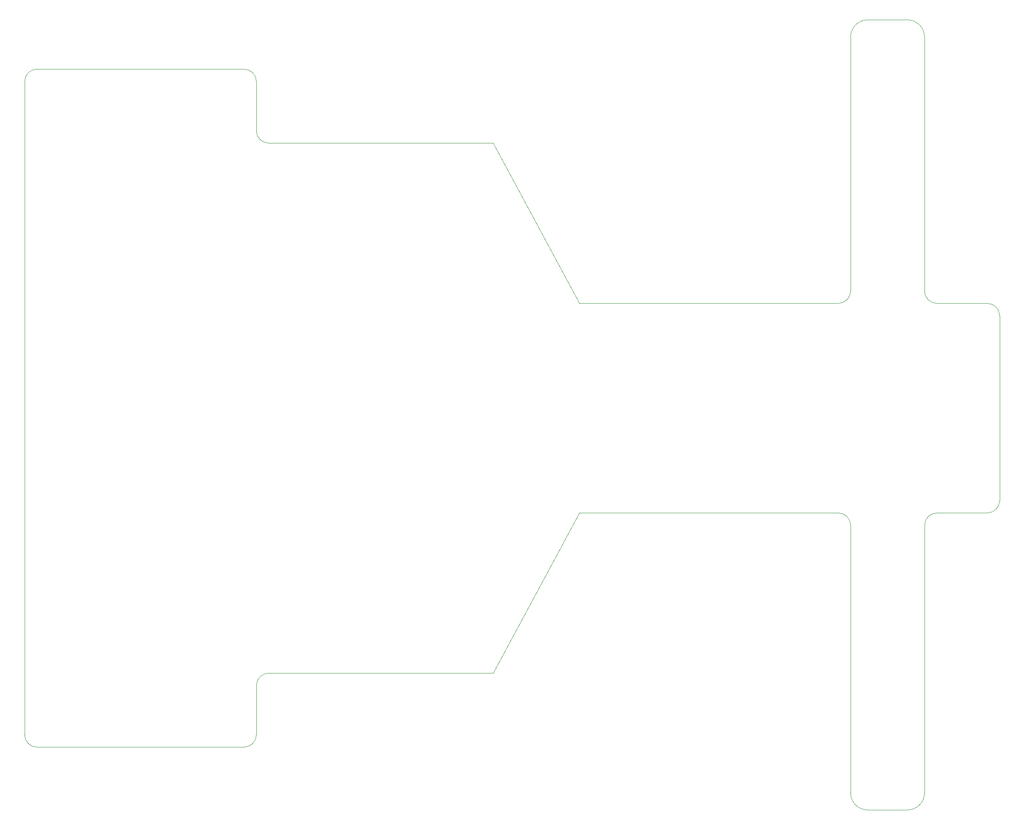
<source format=gm1>
%TF.GenerationSoftware,KiCad,Pcbnew,(6.0.7)*%
%TF.CreationDate,2022-11-01T00:55:13-03:00*%
%TF.ProjectId,gerarduino,67657261-7264-4756-996e-6f2e6b696361,rev?*%
%TF.SameCoordinates,Original*%
%TF.FileFunction,Profile,NP*%
%FSLAX46Y46*%
G04 Gerber Fmt 4.6, Leading zero omitted, Abs format (unit mm)*
G04 Created by KiCad (PCBNEW (6.0.7)) date 2022-11-01 00:55:13*
%MOMM*%
%LPD*%
G01*
G04 APERTURE LIST*
%TA.AperFunction,Profile*%
%ADD10C,0.100000*%
%TD*%
G04 APERTURE END LIST*
D10*
X271526000Y-68580000D02*
G75*
G03*
X267970000Y-65024000I-3556000J0D01*
G01*
X88646000Y-75184000D02*
G75*
G03*
X86106000Y-77724000I0J-2540000D01*
G01*
X253751856Y-123445856D02*
G75*
G03*
X256291856Y-120905852I44J2539956D01*
G01*
X287000000Y-125984000D02*
G75*
G03*
X284460000Y-123444000I-2540000J0D01*
G01*
X147066000Y-90424000D02*
X136398000Y-90424000D01*
X259842000Y-65024000D02*
G75*
G03*
X256286000Y-68580000I0J-3556000D01*
G01*
X284460000Y-123444000D02*
X281940000Y-123444000D01*
X86106000Y-212344000D02*
X86106000Y-199644000D01*
X131318000Y-75184000D02*
X105918000Y-75184000D01*
X256286000Y-204724000D02*
X256286000Y-224282000D01*
X86106000Y-90424000D02*
X86106000Y-123444000D01*
X133858000Y-87884000D02*
G75*
G03*
X136398000Y-90424000I2540000J0D01*
G01*
X147066000Y-90424000D02*
X182626000Y-90424000D01*
X279146000Y-123444000D02*
X281940000Y-123444000D01*
X131318000Y-214884000D02*
X88646000Y-214884000D01*
X253745802Y-166623411D02*
X200406000Y-166624000D01*
X284460000Y-166624000D02*
G75*
G03*
X287000000Y-164084000I0J2540000D01*
G01*
X136398000Y-199644000D02*
G75*
G03*
X133858000Y-202184000I0J-2540000D01*
G01*
X147066000Y-199644000D02*
X182626000Y-199644000D01*
X271525798Y-120911102D02*
G75*
G03*
X274065802Y-123451102I2540002J2D01*
G01*
X182626000Y-90424000D02*
X200406000Y-123444000D01*
X267970000Y-65024000D02*
X259842000Y-65024000D01*
X133858000Y-87884000D02*
X133858000Y-77724000D01*
X86106000Y-166624000D02*
X86106000Y-199644000D01*
X271526000Y-72644000D02*
X271526000Y-68580000D01*
X256285802Y-169163411D02*
X256286000Y-204724000D01*
X274078492Y-166625292D02*
G75*
G03*
X271538492Y-169165265I8J-2540008D01*
G01*
X279146000Y-123444000D02*
X274065802Y-123451102D01*
X271525802Y-120911102D02*
X271526000Y-72644000D01*
X256286000Y-68580000D02*
X256286000Y-72644000D01*
X86106000Y-212344000D02*
G75*
G03*
X88646000Y-214884000I2540000J0D01*
G01*
X136398000Y-199644000D02*
X147066000Y-199644000D01*
X256286000Y-72644000D02*
X256291856Y-120905852D01*
X253751856Y-123445852D02*
X200406000Y-123444000D01*
X259842000Y-227838000D02*
X267970000Y-227838000D01*
X88646000Y-75184000D02*
X105918000Y-75184000D01*
X271538492Y-169165265D02*
X271526000Y-204724000D01*
X182626000Y-199644000D02*
X200406000Y-166624000D01*
X271526000Y-204724000D02*
X271526000Y-224282000D01*
X279146000Y-166624000D02*
X281940000Y-166624000D01*
X256286000Y-224282000D02*
G75*
G03*
X259842000Y-227838000I3556000J0D01*
G01*
X131318000Y-214884000D02*
G75*
G03*
X133858000Y-212344000I0J2540000D01*
G01*
X256285789Y-169163411D02*
G75*
G03*
X253745802Y-166623411I-2539989J11D01*
G01*
X287000000Y-125984000D02*
X287000000Y-164084000D01*
X267970000Y-227838000D02*
G75*
G03*
X271526000Y-224282000I0J3556000D01*
G01*
X133858000Y-202184000D02*
X133858000Y-212344000D01*
X133858000Y-77724000D02*
G75*
G03*
X131318000Y-75184000I-2540000J0D01*
G01*
X86106000Y-77724000D02*
X86106000Y-90424000D01*
X284460000Y-166624000D02*
X281940000Y-166624000D01*
X86106000Y-123444000D02*
X86106000Y-166624000D01*
X279146000Y-166624000D02*
X274078492Y-166625265D01*
M02*

</source>
